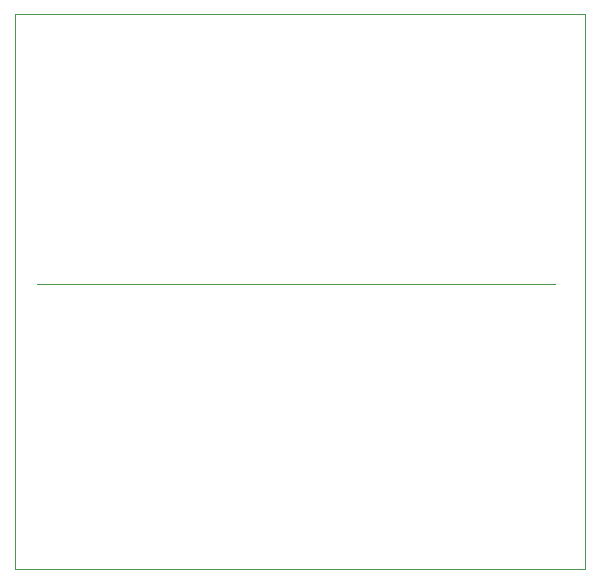
<source format=gbr>
G04 (created by PCBNEW (2013-07-07 BZR 4022)-stable) date 07/12/2013 13:23:06*
%MOIN*%
G04 Gerber Fmt 3.4, Leading zero omitted, Abs format*
%FSLAX34Y34*%
G01*
G70*
G90*
G04 APERTURE LIST*
%ADD10C,0.00590551*%
%ADD11C,0.00393701*%
G04 APERTURE END LIST*
G54D10*
G54D11*
X9000Y-37000D02*
X9000Y-36250D01*
X28000Y-37000D02*
X28000Y-36200D01*
X9750Y-27500D02*
X27000Y-27500D01*
X9000Y-36250D02*
X9000Y-18500D01*
X28000Y-37000D02*
X9000Y-37000D01*
X28000Y-18500D02*
X28000Y-36250D01*
X9000Y-18500D02*
X28000Y-18500D01*
M02*

</source>
